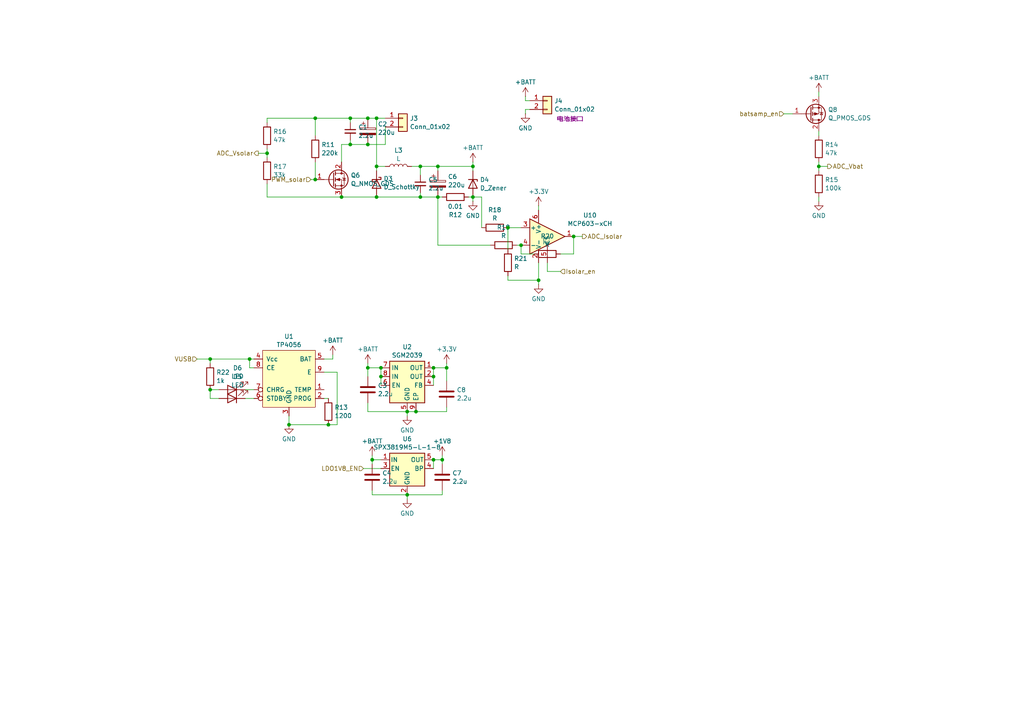
<source format=kicad_sch>
(kicad_sch (version 20231120) (generator "eeschema") (generator_version "8.0")
  (paper "A4")
  (lib_symbols
    (symbol "Amplifier_Operational:MCP603-xCH" (pin_names (offset 0.127))
      (property "Reference" "U" (at 0 6.35 0))
      (property "Value" "MCP603-xCH" (at 0 3.81 0))
      (symbol "MCP603-xCH_0_1"
        (polyline (pts (xy -5.08 5.08) (xy 5.08 0) (xy -5.08 -5.08) (xy -5.08 5.08)) (stroke (width 0.254)) (fill (type background)))
      )
      (symbol "MCP603-xCH_1_1"
        (pin output line (at 7.62 0 180) (length 2.54) (name "~") (number "1"))
        (pin power_in line (at -2.54 -7.62 90) (length 3.81) (name "V-") (number "2"))
        (pin input line (at -7.62 2.54 0) (length 2.54) (name "+") (number "3"))
        (pin input line (at -7.62 -2.54 0) (length 2.54) (name "-") (number "4"))
        (pin input line (at 0 -7.62 90) (length 5.08) (name "~{CS}") (number "5"))
        (pin power_in line (at -2.54 7.62 270) (length 3.81) (name "V+") (number "6"))
      )
    )
    (symbol "Connector_Generic:Conn_01x02" (pin_names (offset 1.016) hide)
      (property "Reference" "J" (at 0 2.54 0))
      (property "Value" "Conn_01x02" (at 0 -5.08 0))
      (symbol "Conn_01x02_1_1"
        (rectangle (start -1.27 -2.413) (end 0 -2.667) (stroke (width 0.1524)))
        (rectangle (start -1.27 0.127) (end 0 -0.127) (stroke (width 0.1524)))
        (rectangle (start -1.27 1.27) (end 1.27 -3.81) (stroke (width 0.254)) (fill (type background)))
        (pin passive line (at -5.08 0 0) (length 3.81) (name "Pin_1") (number "1"))
        (pin passive line (at -5.08 -2.54 0) (length 3.81) (name "Pin_2") (number "2"))
      )
    )
    (symbol "Device:C" (pin_numbers hide) (pin_names (offset 0.254))
      (property "Reference" "C" (at 0.635 2.54 0))
      (property "Value" "C" (at 0.635 -2.54 0))
      (symbol "C_0_1"
        (polyline (pts (xy -2.032 -0.762) (xy 2.032 -0.762)) (stroke (width 0.508)))
        (polyline (pts (xy -2.032 0.762) (xy 2.032 0.762)) (stroke (width 0.508)))
      )
      (symbol "C_1_1"
        (pin passive line (at 0 3.81 270) (length 2.794) (name "~") (number "1"))
        (pin passive line (at 0 -3.81 90) (length 2.794) (name "~") (number "2"))
      )
    )
    (symbol "Device:C_Polarized" (pin_numbers hide) (pin_names (offset 0.254))
      (property "Reference" "C" (at 0.635 2.54 0))
      (property "Value" "C_Polarized" (at 0.635 -2.54 0))
      (symbol "C_Polarized_0_1"
        (rectangle (start -2.286 0.508) (end 2.286 1.016))
        (polyline (pts (xy -1.778 2.286) (xy -0.762 2.286)))
        (polyline (pts (xy -1.27 2.794) (xy -1.27 1.778)))
        (rectangle (start 2.286 -0.508) (end -2.286 -1.016) (fill (type outline)))
      )
      (symbol "C_Polarized_1_1"
        (pin passive line (at 0 3.81 270) (length 2.794) (name "~") (number "1"))
        (pin passive line (at 0 -3.81 90) (length 2.794) (name "~") (number "2"))
      )
    )
    (symbol "Device:C_Small" (pin_numbers hide) (pin_names (offset 0.254) hide)
      (property "Reference" "C" (at 0.254 1.778 0))
      (property "Value" "C_Small" (at 0.254 -2.032 0))
      (symbol "C_Small_0_1"
        (polyline (pts (xy -1.524 -0.508) (xy 1.524 -0.508)) (stroke (width 0.3302)))
        (polyline (pts (xy -1.524 0.508) (xy 1.524 0.508)) (stroke (width 0.3048)))
      )
      (symbol "C_Small_1_1"
        (pin passive line (at 0 2.54 270) (length 2.032) (name "~") (number "1"))
        (pin passive line (at 0 -2.54 90) (length 2.032) (name "~") (number "2"))
      )
    )
    (symbol "Device:D_Schottky" (pin_numbers hide) (pin_names (offset 1.016) hide)
      (property "Reference" "D" (at 0 2.54 0))
      (property "Value" "D_Schottky" (at 0 -2.54 0))
      (symbol "D_Schottky_0_1"
        (polyline (pts (xy 1.27 0) (xy -1.27 0)))
        (polyline (pts (xy 1.27 1.27) (xy 1.27 -1.27) (xy -1.27 0) (xy 1.27 1.27)) (stroke (width 0.254)))
        (polyline (pts (xy -1.905 0.635) (xy -1.905 1.27) (xy -1.27 1.27) (xy -1.27 -1.27) (xy -0.635 -1.27) (xy -0.635 -0.635)) (stroke (width 0.254)))
      )
      (symbol "D_Schottky_1_1"
        (pin passive line (at -3.81 0 0) (length 2.54) (name "K") (number "1"))
        (pin passive line (at 3.81 0 180) (length 2.54) (name "A") (number "2"))
      )
    )
    (symbol "Device:D_Zener" (pin_numbers hide) (pin_names (offset 1.016) hide)
      (property "Reference" "D" (at 0 2.54 0))
      (property "Value" "D_Zener" (at 0 -2.54 0))
      (symbol "D_Zener_0_1"
        (polyline (pts (xy 1.27 0) (xy -1.27 0)))
        (polyline (pts (xy -1.27 -1.27) (xy -1.27 1.27) (xy -0.762 1.27)) (stroke (width 0.254)))
        (polyline (pts (xy 1.27 -1.27) (xy 1.27 1.27) (xy -1.27 0) (xy 1.27 -1.27)) (stroke (width 0.254)))
      )
      (symbol "D_Zener_1_1"
        (pin passive line (at -3.81 0 0) (length 2.54) (name "K") (number "1"))
        (pin passive line (at 3.81 0 180) (length 2.54) (name "A") (number "2"))
      )
    )
    (symbol "Device:L" (pin_numbers hide) (pin_names (offset 1.016) hide)
      (property "Reference" "L" (at -1.27 0 90))
      (property "Value" "L" (at 1.905 0 90))
      (symbol "L_0_1"
        (arc (start 0 -2.54) (mid 0.6323 -1.905) (end 0 -1.27))
        (arc (start 0 -1.27) (mid 0.6323 -0.635) (end 0 0))
        (arc (start 0 0) (mid 0.6323 0.635) (end 0 1.27))
        (arc (start 0 1.27) (mid 0.6323 1.905) (end 0 2.54))
      )
      (symbol "L_1_1"
        (pin passive line (at 0 3.81 270) (length 1.27) (name "1") (number "1"))
        (pin passive line (at 0 -3.81 90) (length 1.27) (name "2") (number "2"))
      )
    )
    (symbol "Device:LED" (pin_numbers hide) (pin_names (offset 1.016) hide)
      (property "Reference" "D" (at 0 2.54 0))
      (property "Value" "LED" (at 0 -2.54 0))
      (symbol "LED_0_1"
        (polyline (pts (xy -1.27 -1.27) (xy -1.27 1.27)) (stroke (width 0.254)))
        (polyline (pts (xy -1.27 0) (xy 1.27 0)))
        (polyline (pts (xy 1.27 -1.27) (xy 1.27 1.27) (xy -1.27 0) (xy 1.27 -1.27)) (stroke (width 0.254)))
        (polyline (pts (xy -3.048 -0.762) (xy -4.572 -2.286) (xy -3.81 -2.286) (xy -4.572 -2.286) (xy -4.572 -1.524)))
        (polyline (pts (xy -1.778 -0.762) (xy -3.302 -2.286) (xy -2.54 -2.286) (xy -3.302 -2.286) (xy -3.302 -1.524)))
      )
      (symbol "LED_1_1"
        (pin passive line (at -3.81 0 0) (length 2.54) (name "K") (number "1"))
        (pin passive line (at 3.81 0 180) (length 2.54) (name "A") (number "2"))
      )
    )
    (symbol "Device:Q_NMOS_GDS" (pin_names (offset 0) hide)
      (property "Reference" "Q" (at 5.08 1.27 0))
      (property "Value" "Q_NMOS_GDS" (at 5.08 -1.27 0))
      (symbol "Q_NMOS_GDS_0_1"
        (polyline (pts (xy 0.254 0) (xy -2.54 0)))
        (polyline (pts (xy 0.254 1.905) (xy 0.254 -1.905)) (stroke (width 0.254)))
        (polyline (pts (xy 0.762 -1.27) (xy 0.762 -2.286)) (stroke (width 0.254)))
        (polyline (pts (xy 0.762 0.508) (xy 0.762 -0.508)) (stroke (width 0.254)))
        (polyline (pts (xy 0.762 2.286) (xy 0.762 1.27)) (stroke (width 0.254)))
        (polyline (pts (xy 2.54 2.54) (xy 2.54 1.778)))
        (polyline (pts (xy 2.54 -2.54) (xy 2.54 0) (xy 0.762 0)))
        (polyline (pts (xy 0.762 -1.778) (xy 3.302 -1.778) (xy 3.302 1.778) (xy 0.762 1.778)))
        (polyline (pts (xy 1.016 0) (xy 2.032 0.381) (xy 2.032 -0.381) (xy 1.016 0)) (fill (type outline)))
        (polyline (pts (xy 2.794 0.508) (xy 2.921 0.381) (xy 3.683 0.381) (xy 3.81 0.254)))
        (polyline (pts (xy 3.302 0.381) (xy 2.921 -0.254) (xy 3.683 -0.254) (xy 3.302 0.381)))
        (circle (center 1.651 0) (radius 2.794) (stroke (width 0.254)))
        (circle (center 2.54 -1.778) (radius 0.254) (fill (type outline)))
        (circle (center 2.54 1.778) (radius 0.254) (fill (type outline)))
      )
      (symbol "Q_NMOS_GDS_1_1"
        (pin input line (at -5.08 0 0) (length 2.54) (name "G") (number "1"))
        (pin passive line (at 2.54 5.08 270) (length 2.54) (name "D") (number "2"))
        (pin passive line (at 2.54 -5.08 90) (length 2.54) (name "S") (number "3"))
      )
    )
    (symbol "Device:Q_PMOS_GDS" (pin_names (offset 0) hide)
      (property "Reference" "Q" (at 5.08 1.27 0))
      (property "Value" "Q_PMOS_GDS" (at 5.08 -1.27 0))
      (symbol "Q_PMOS_GDS_0_1"
        (polyline (pts (xy 0.254 0) (xy -2.54 0)))
        (polyline (pts (xy 0.254 1.905) (xy 0.254 -1.905)) (stroke (width 0.254)))
        (polyline (pts (xy 0.762 -1.27) (xy 0.762 -2.286)) (stroke (width 0.254)))
        (polyline (pts (xy 0.762 0.508) (xy 0.762 -0.508)) (stroke (width 0.254)))
        (polyline (pts (xy 0.762 2.286) (xy 0.762 1.27)) (stroke (width 0.254)))
        (polyline (pts (xy 2.54 2.54) (xy 2.54 1.778)))
        (polyline (pts (xy 2.54 -2.54) (xy 2.54 0) (xy 0.762 0)))
        (polyline (pts (xy 0.762 1.778) (xy 3.302 1.778) (xy 3.302 -1.778) (xy 0.762 -1.778)))
        (polyline (pts (xy 2.286 0) (xy 1.27 0.381) (xy 1.27 -0.381) (xy 2.286 0)) (fill (type outline)))
        (polyline (pts (xy 2.794 -0.508) (xy 2.921 -0.381) (xy 3.683 -0.381) (xy 3.81 -0.254)))
        (polyline (pts (xy 3.302 -0.381) (xy 2.921 0.254) (xy 3.683 0.254) (xy 3.302 -0.381)))
        (circle (center 1.651 0) (radius 2.794) (stroke (width 0.254)))
        (circle (center 2.54 -1.778) (radius 0.254) (fill (type outline)))
        (circle (center 2.54 1.778) (radius 0.254) (fill (type outline)))
      )
      (symbol "Q_PMOS_GDS_1_1"
        (pin input line (at -5.08 0 0) (length 2.54) (name "G") (number "1"))
        (pin passive line (at 2.54 5.08 270) (length 2.54) (name "D") (number "2"))
        (pin passive line (at 2.54 -5.08 90) (length 2.54) (name "S") (number "3"))
      )
    )
    (symbol "Device:R" (pin_numbers hide) (pin_names (offset 0))
      (property "Reference" "R" (at 2.032 0 90))
      (property "Value" "R" (at 0 0 90))
      (symbol "R_0_1"
        (rectangle (start -1.016 -2.54) (end 1.016 2.54) (stroke (width 0.254)))
      )
      (symbol "R_1_1"
        (pin passive line (at 0 3.81 270) (length 1.27) (name "~") (number "1"))
        (pin passive line (at 0 -3.81 90) (length 1.27) (name "~") (number "2"))
      )
    )
    (symbol "Regulator_Linear:SPX3819M5-L-1-8" (pin_names (offset 0.254))
      (property "Reference" "U" (at -3.81 5.715 0))
      (property "Value" "SPX3819M5-L-1-8" (at 0 5.715 0))
      (symbol "SPX3819M5-L-1-8_0_1"
        (rectangle (start -5.08 4.445) (end 5.08 -5.08) (stroke (width 0.254)) (fill (type background)))
      )
      (symbol "SPX3819M5-L-1-8_1_1"
        (pin power_in line (at -7.62 2.54 0) (length 2.54) (name "IN") (number "1"))
        (pin power_in line (at 0 -7.62 90) (length 2.54) (name "GND") (number "2"))
        (pin input line (at -7.62 0 0) (length 2.54) (name "EN") (number "3"))
        (pin input line (at 7.62 0 180) (length 2.54) (name "BP") (number "4"))
        (pin power_out line (at 7.62 2.54 180) (length 2.54) (name "OUT") (number "5"))
      )
    )
    (symbol "TopPower:TP4056" (pin_names (offset 1.016))
      (property "Reference" "U" (at 0 12.065 0))
      (property "Value" "TP4056" (at 0 10.16 0))
      (symbol "TP4056_0_1"
        (rectangle (start -7.62 8.89) (end 7.62 -7.62) (fill (type background)))
      )
      (symbol "TP4056_1_1"
        (pin input line (at 10.16 -2.54 180) (length 2.54) (name "TEMP") (number "1"))
        (pin power_out line (at 10.16 -5.08 180) (length 2.54) (name "PROG") (number "2"))
        (pin output line (at 0 -10.16 90) (length 2.54) (name "GND") (number "3"))
        (pin power_in line (at -10.16 6.35 0) (length 2.54) (name "Vcc") (number "4"))
        (pin power_out line (at 10.16 6.35 180) (length 2.54) (name "BAT") (number "5"))
        (pin output inverted (at -10.16 -5.08 0) (length 2.54) (name "STDBY") (number "6"))
        (pin output inverted (at -10.16 -2.54 0) (length 2.54) (name "CHRG") (number "7"))
        (pin input line (at -10.16 3.81 0) (length 2.54) (name "CE") (number "8"))
        (pin free line (at 10.16 2.54 180) (length 2.54) (name "E") (number "9"))
      )
    )
    (symbol "power:+1V8" (power) (pin_numbers hide) (pin_names (offset 0) hide)
      (property "Value" "+1V8" (at 0 3.556 0))
      (symbol "+1V8_0_1"
        (polyline (pts (xy -0.762 1.27) (xy 0 2.54)))
        (polyline (pts (xy 0 0) (xy 0 2.54)))
        (polyline (pts (xy 0 2.54) (xy 0.762 1.27)))
      )
      (symbol "+1V8_1_1"
        (pin power_in line (at 0 0 90) (length 0) (name "~") (number "1"))
      )
    )
    (symbol "power:+3.3V" (power) (pin_numbers hide) (pin_names (offset 0) hide)
      (property "Value" "+3.3V" (at 0 3.556 0))
      (symbol "+3.3V_0_1"
        (polyline (pts (xy -0.762 1.27) (xy 0 2.54)))
        (polyline (pts (xy 0 0) (xy 0 2.54)))
        (polyline (pts (xy 0 2.54) (xy 0.762 1.27)))
      )
      (symbol "+3.3V_1_1"
        (pin power_in line (at 0 0 90) (length 0) (name "~") (number "1"))
      )
    )
    (symbol "power:+BATT" (power) (pin_numbers hide) (pin_names (offset 0) hide)
      (property "Value" "+BATT" (at 0 3.556 0))
      (symbol "+BATT_0_1"
        (polyline (pts (xy -0.762 1.27) (xy 0 2.54)))
        (polyline (pts (xy 0 0) (xy 0 2.54)))
        (polyline (pts (xy 0 2.54) (xy 0.762 1.27)))
      )
      (symbol "+BATT_1_1"
        (pin power_in line (at 0 0 90) (length 0) (name "~") (number "1"))
      )
    )
    (symbol "power:GND" (power) (pin_numbers hide) (pin_names (offset 0) hide)
      (property "Value" "GND" (at 0 -3.81 0))
      (symbol "GND_0_1"
        (polyline (pts (xy 0 0) (xy 0 -1.27) (xy 1.27 -1.27) (xy 0 -2.54) (xy -1.27 -1.27) (xy 0 -1.27)))
      )
      (symbol "GND_1_1"
        (pin power_in line (at 0 0 270) (length 0) (name "~") (number "1"))
      )
    )
    (symbol "sgmicro:SGM2039"
      (property "Reference" "U" (at 0 9.906 0))
      (property "Value" "SGM2039" (at 0.254 8.128 0))
      (symbol "SGM2039_0_1"
        (rectangle (start -5.08 6.985) (end 5.08 -5.08) (stroke (width 0.254)) (fill (type background)))
      )
      (symbol "SGM2039_1_1"
        (pin power_out line (at 7.62 5.08 180) (length 2.54) (name "OUT") (number "1"))
        (pin power_out line (at 7.62 2.54 180) (length 2.54) (name "OUT") (number "2"))
        (pin no_connect line (at 7.62 -2.54 180) (length 2.54) hide (name "NC") (number "3"))
        (pin input line (at 7.62 0 180) (length 2.54) (name "FB") (number "4"))
        (pin power_in line (at 0 -7.62 90) (length 2.54) (name "GND") (number "5"))
        (pin input line (at -7.62 0 0) (length 2.54) (name "EN") (number "6"))
        (pin power_in line (at -7.62 5.08 0) (length 2.54) (name "IN") (number "7"))
        (pin power_in line (at -7.62 2.54 0) (length 2.54) (name "IN") (number "8"))
        (pin free line (at 2.54 -7.62 90) (length 2.54) (name "EP") (number "9"))
      )
    )
  )
  (junction (at 99.06 57.15))
  (junction (at 109.22 48.26))
  (junction (at 125.73 133.35))
  (junction (at 237.49 48.26))
  (junction (at 109.22 57.15))
  (junction (at 106.68 34.29))
  (junction (at 72.39 104.14))
  (junction (at 110.49 109.22))
  (junction (at 83.82 123.19))
  (junction (at 106.68 41.91))
  (junction (at 121.92 57.15))
  (junction (at 77.47 44.45))
  (junction (at 128.27 133.35))
  (junction (at 125.73 109.22))
  (junction (at 110.49 106.68))
  (junction (at 121.92 48.26))
  (junction (at 125.73 106.68))
  (junction (at 118.11 143.51))
  (junction (at 107.95 133.35))
  (junction (at 60.96 113.03))
  (junction (at 91.44 52.07))
  (junction (at 95.25 123.19))
  (junction (at 118.11 119.38))
  (junction (at 101.6 34.29))
  (junction (at 151.13 71.12))
  (junction (at 166.37 68.58))
  (junction (at 127 57.15))
  (junction (at 137.16 57.15))
  (junction (at 60.96 104.14))
  (junction (at 147.32 66.04))
  (junction (at 109.22 34.29))
  (junction (at 137.16 48.26))
  (junction (at 129.54 106.68))
  (junction (at 156.21 81.28))
  (junction (at 106.68 106.68))
  (junction (at 127 48.26))
  (junction (at 120.65 119.38))
  (junction (at 101.6 41.91))
  (junction (at 91.44 34.29))
  (wire (pts (xy 83.82 120.65) (xy 83.82 123.19)))
  (wire (pts (xy 111.76 36.83) (xy 111.76 41.91)))
  (wire (pts (xy 106.68 41.91) (xy 111.76 41.91)))
  (wire (pts (xy 93.98 107.95) (xy 97.79 107.95)))
  (wire (pts (xy 121.92 57.15) (xy 127 57.15)))
  (wire (pts (xy 109.22 48.26) (xy 109.22 49.53)))
  (wire (pts (xy 107.95 133.35) (xy 107.95 134.62)))
  (wire (pts (xy 60.96 113.03) (xy 63.5 113.03)))
  (wire (pts (xy 129.54 105.41) (xy 129.54 106.68)))
  (wire (pts (xy 71.12 113.03) (xy 73.66 113.03)))
  (wire (pts (xy 129.54 118.11) (xy 129.54 119.38)))
  (wire (pts (xy 107.95 133.35) (xy 107.95 132.08)))
  (wire (pts (xy 125.73 133.35) (xy 128.27 133.35)))
  (wire (pts (xy 156.21 76.2) (xy 156.21 81.28)))
  (wire (pts (xy 120.65 119.38) (xy 129.54 119.38)))
  (wire (pts (xy 118.11 119.38) (xy 106.68 119.38)))
  (wire (pts (xy 77.47 34.29) (xy 91.44 34.29)))
  (wire (pts (xy 152.4 33.02) (xy 152.4 31.75)))
  (wire (pts (xy 96.52 104.14) (xy 96.52 102.87)))
  (wire (pts (xy 119.38 48.26) (xy 121.92 48.26)))
  (wire (pts (xy 110.49 133.35) (xy 107.95 133.35)))
  (wire (pts (xy 77.47 57.15) (xy 99.06 57.15)))
  (wire (pts (xy 60.96 104.14) (xy 60.96 105.41)))
  (wire (pts (xy 90.17 52.07) (xy 91.44 52.07)))
  (wire (pts (xy 60.96 104.14) (xy 72.39 104.14)))
  (wire (pts (xy 106.68 106.68) (xy 110.49 106.68)))
  (wire (pts (xy 77.47 35.56) (xy 77.47 34.29)))
  (wire (pts (xy 147.32 66.04) (xy 147.32 72.39)))
  (wire (pts (xy 110.49 106.68) (xy 110.49 109.22)))
  (wire (pts (xy 101.6 34.29) (xy 101.6 35.56)))
  (wire (pts (xy 158.75 78.74) (xy 162.56 78.74)))
  (wire (pts (xy 227.33 33.02) (xy 229.87 33.02)))
  (wire (pts (xy 101.6 34.29) (xy 106.68 34.29)))
  (wire (pts (xy 147.32 81.28) (xy 147.32 80.01)))
  (wire (pts (xy 109.22 34.29) (xy 109.22 48.26)))
  (wire (pts (xy 99.06 41.91) (xy 99.06 46.99)))
  (wire (pts (xy 237.49 57.15) (xy 237.49 58.42)))
  (wire (pts (xy 152.4 31.75) (xy 153.67 31.75)))
  (wire (pts (xy 151.13 73.66) (xy 151.13 71.12)))
  (wire (pts (xy 77.47 53.34) (xy 77.47 57.15)))
  (wire (pts (xy 91.44 46.99) (xy 91.44 52.07)))
  (wire (pts (xy 156.21 81.28) (xy 156.21 82.55)))
  (wire (pts (xy 152.4 27.94) (xy 152.4 29.21)))
  (wire (pts (xy 77.47 43.18) (xy 77.47 44.45)))
  (wire (pts (xy 93.98 115.57) (xy 95.25 115.57)))
  (wire (pts (xy 72.39 106.68) (xy 73.66 106.68)))
  (wire (pts (xy 125.73 106.68) (xy 125.73 109.22)))
  (wire (pts (xy 125.73 106.68) (xy 129.54 106.68)))
  (wire (pts (xy 156.21 59.69) (xy 156.21 60.96)))
  (wire (pts (xy 147.32 66.04) (xy 151.13 66.04)))
  (wire (pts (xy 125.73 109.22) (xy 125.73 111.76)))
  (wire (pts (xy 109.22 48.26) (xy 111.76 48.26)))
  (wire (pts (xy 237.49 48.26) (xy 237.49 49.53)))
  (wire (pts (xy 77.47 44.45) (xy 77.47 45.72)))
  (wire (pts (xy 109.22 57.15) (xy 121.92 57.15)))
  (wire (pts (xy 154.94 73.66) (xy 151.13 73.66)))
  (wire (pts (xy 158.75 76.2) (xy 158.75 78.74)))
  (wire (pts (xy 110.49 109.22) (xy 110.49 111.76)))
  (wire (pts (xy 137.16 46.99) (xy 137.16 48.26)))
  (wire (pts (xy 72.39 104.14) (xy 73.66 104.14)))
  (wire (pts (xy 127 48.26) (xy 127 49.53)))
  (wire (pts (xy 106.68 105.41) (xy 106.68 106.68)))
  (wire (pts (xy 91.44 39.37) (xy 91.44 34.29)))
  (wire (pts (xy 118.11 143.51) (xy 118.11 144.78)))
  (wire (pts (xy 129.54 110.49) (xy 129.54 106.68)))
  (wire (pts (xy 109.22 34.29) (xy 111.76 34.29)))
  (wire (pts (xy 105.41 135.89) (xy 110.49 135.89)))
  (wire (pts (xy 101.6 40.64) (xy 101.6 41.91)))
  (wire (pts (xy 166.37 73.66) (xy 166.37 68.58)))
  (wire (pts (xy 237.49 46.99) (xy 237.49 48.26)))
  (wire (pts (xy 139.7 57.15) (xy 137.16 57.15)))
  (wire (pts (xy 127 48.26) (xy 137.16 48.26)))
  (wire (pts (xy 99.06 57.15) (xy 109.22 57.15)))
  (wire (pts (xy 125.73 133.35) (xy 125.73 135.89)))
  (wire (pts (xy 106.68 119.38) (xy 106.68 116.84)))
  (wire (pts (xy 127 57.15) (xy 128.27 57.15)))
  (wire (pts (xy 63.5 115.57) (xy 60.96 115.57)))
  (wire (pts (xy 118.11 143.51) (xy 128.27 143.51)))
  (wire (pts (xy 72.39 104.14) (xy 72.39 106.68)))
  (wire (pts (xy 127 71.12) (xy 127 57.15)))
  (wire (pts (xy 91.44 34.29) (xy 101.6 34.29)))
  (wire (pts (xy 118.11 119.38) (xy 120.65 119.38)))
  (wire (pts (xy 121.92 48.26) (xy 127 48.26)))
  (wire (pts (xy 107.95 142.24) (xy 107.95 143.51)))
  (wire (pts (xy 121.92 48.26) (xy 121.92 50.8)))
  (wire (pts (xy 137.16 57.15) (xy 137.16 58.42)))
  (wire (pts (xy 107.95 143.51) (xy 118.11 143.51)))
  (wire (pts (xy 162.56 73.66) (xy 166.37 73.66)))
  (wire (pts (xy 106.68 34.29) (xy 109.22 34.29)))
  (wire (pts (xy 71.12 115.57) (xy 73.66 115.57)))
  (wire (pts (xy 95.25 123.19) (xy 83.82 123.19)))
  (wire (pts (xy 118.11 119.38) (xy 118.11 120.65)))
  (wire (pts (xy 101.6 41.91) (xy 106.68 41.91)))
  (wire (pts (xy 106.68 109.22) (xy 106.68 106.68)))
  (wire (pts (xy 101.6 41.91) (xy 99.06 41.91)))
  (wire (pts (xy 135.89 57.15) (xy 137.16 57.15)))
  (wire (pts (xy 152.4 29.21) (xy 153.67 29.21)))
  (wire (pts (xy 128.27 143.51) (xy 128.27 142.24)))
  (wire (pts (xy 139.7 66.04) (xy 139.7 57.15)))
  (wire (pts (xy 142.24 71.12) (xy 127 71.12)))
  (wire (pts (xy 128.27 133.35) (xy 128.27 134.62)))
  (wire (pts (xy 166.37 68.58) (xy 168.91 68.58)))
  (wire (pts (xy 121.92 55.88) (xy 121.92 57.15)))
  (wire (pts (xy 74.93 44.45) (xy 77.47 44.45)))
  (wire (pts (xy 97.79 107.95) (xy 97.79 123.19)))
  (wire (pts (xy 97.79 123.19) (xy 95.25 123.19)))
  (wire (pts (xy 128.27 133.35) (xy 128.27 132.08)))
  (wire (pts (xy 149.86 71.12) (xy 151.13 71.12)))
  (wire (pts (xy 156.21 81.28) (xy 147.32 81.28)))
  (wire (pts (xy 137.16 48.26) (xy 137.16 49.53)))
  (wire (pts (xy 237.49 48.26) (xy 240.03 48.26)))
  (wire (pts (xy 57.15 104.14) (xy 60.96 104.14)))
  (wire (pts (xy 93.98 104.14) (xy 96.52 104.14)))
  (wire (pts (xy 60.96 115.57) (xy 60.96 113.03)))
  (wire (pts (xy 237.49 38.1) (xy 237.49 39.37)))
  (wire (pts (xy 237.49 26.67) (xy 237.49 27.94)))
  (hierarchical_label "batsamp_en" (shape input) (at 227.33 33.02 180))
  (hierarchical_label "ADC_Isolar" (shape output) (at 168.91 68.58 0))
  (hierarchical_label "ADC_Vsolar" (shape output) (at 74.93 44.45 180))
  (hierarchical_label "VUSB" (shape input) (at 57.15 104.14 180))
  (hierarchical_label "ADC_Vbat" (shape output) (at 240.03 48.26 0))
  (hierarchical_label "Isolar_en" (shape input) (at 162.56 78.74 0))
  (hierarchical_label "PWM_solar" (shape input) (at 90.17 52.07 180))
  (hierarchical_label "LDO1V8_EN" (shape input) (at 105.41 135.89 180))
  (symbol (lib_id "Device:L") (at 115.57 48.26 90) (unit 1)
    (property "Reference" "L3" (at 115.57 43.6102 90))
    (property "Value" "L" (at 115.57 46.0345 90))
    (property "Footprint" "Inductor_SMD:L_6.3x6.3_H3" (effects (hide yes)))
    (property "Description" "Inductor" (effects (hide yes)))
  )
  (symbol (lib_id "Device:C_Small") (at 121.92 53.34 0) (unit 1)
    (property "Reference" "C5" (at 124.2441 52.1341 0) (effects (justify left)))
    (property "Value" "2.2u" (at 124.2441 54.5584 0) (effects (justify left)))
    (property "Footprint" "Capacitor_SMD:C_0805_2012Metric" (effects (hide yes)))
    (property "Description" "Unpolarized capacitor, small symbol" (effects (hide yes)))
  )
  (symbol (lib_id "Device:C") (at 129.54 114.3 0) (unit 1)
    (property "Reference" "C8" (at 132.461 113.0878 0) (effects (justify left)))
    (property "Value" "2.2u" (at 132.461 115.5121 0) (effects (justify left)))
    (property "Footprint" "Capacitor_SMD:C_0805_2012Metric" (effects (hide yes)))
    (property "Description" "Unpolarized capacitor" (effects (hide yes)))
  )
  (symbol (lib_id "Connector_Generic:Conn_01x02") (at 116.84 34.29 0) (unit 1)
    (property "Reference" "J3" (at 118.872 34.3478 0) (effects (justify left)))
    (property "Value" "Conn_01x02" (at 118.872 36.7721 0) (effects (justify left)))
    (property "Footprint" "Connector_PinHeader_2.54mm:PinHeader_1x02_P2.54mm_Vertical" (effects (hide yes)))
    (property "Description" "Generic connector, single row, 01x02, script generated (kicad-library-utils/schlib/autogen/connector/)" (effects (hide yes)))
  )
  (symbol (lib_id "power:GND") (at 152.4 33.02 0) (unit 1)
    (property "Reference" "#PWR016" (effects (hide yes)))
    (property "Value" "GND" (at 152.4 37.1531 0))
    (property "Description" "Power symbol creates a global label with name \"GND\" , ground" (effects (hide yes)))
  )
  (symbol (lib_id "Device:R") (at 132.08 57.15 90) (mirror x) (unit 1)
    (property "Reference" "R12" (at 132.08 62.3105 90))
    (property "Value" "0.01" (at 132.08 59.8862 90))
    (property "Footprint" "Capacitor_SMD:C_1210_3225Metric" (effects (hide yes)))
    (property "Description" "Resistor" (effects (hide yes)))
  )
  (symbol (lib_id "Device:C_Polarized") (at 127 53.34 0) (unit 1)
    (property "Reference" "C6" (at 129.921 51.2388 0) (effects (justify left)))
    (property "Value" "220u" (at 129.921 53.6631 0) (effects (justify left)))
    (property "Footprint" "Capacitor_SMD:CP_Elec_6.3x4.9" (effects (hide yes)))
    (property "Description" "Polarized capacitor" (effects (hide yes)))
  )
  (symbol (lib_id "Device:R") (at 146.05 71.12 90) (unit 1)
    (property "Reference" "R19" (at 146.05 65.9595 90))
    (property "Value" "R" (at 146.05 68.3838 90))
    (property "Footprint" "Resistor_SMD:R_0402_1005Metric" (effects (hide yes)))
    (property "Description" "Resistor" (effects (hide yes)))
  )
  (symbol (lib_id "Device:R") (at 237.49 53.34 0) (unit 1)
    (property "Reference" "R15" (at 239.268 52.1278 0) (effects (justify left)))
    (property "Value" "100k" (at 239.268 54.5521 0) (effects (justify left)))
    (property "Footprint" "Resistor_SMD:R_0402_1005Metric" (effects (hide yes)))
    (property "Description" "Resistor" (effects (hide yes)))
  )
  (symbol (lib_id "sgmicro:SGM2039") (at 118.11 111.76 0) (unit 1)
    (property "Reference" "U2" (at 118.11 100.6305 0))
    (property "Value" "SGM2039" (at 118.11 103.0548 0))
    (property "Footprint" "Library:DFN-8-1EP_1.2x1.6mm_P0.4mm_EP0.3x1.3mm" (effects (hide yes)))
    (property "Datasheet" "https://www.sg-micro.com/rect/assets/ad61636f-5740-427e-b767-261666bb35a8/SGM2039.pdf" (effects (hide yes)))
    (property "Description" "1A LDO" (effects (hide yes)))
  )
  (symbol (lib_id "Device:Q_NMOS_GDS") (at 96.52 52.07 0) (unit 1)
    (property "Reference" "Q6" (at 101.727 50.8578 0) (effects (justify left)))
    (property "Value" "Q_NMOS_GDS" (at 101.727 53.2821 0) (effects (justify left)))
    (property "Footprint" "Package_TO_SOT_SMD:SOT-23" (effects (hide yes)))
    (property "Description" "N-MOSFET transistor, gate/drain/source" (effects (hide yes)))
  )
  (symbol (lib_id "power:GND") (at 83.82 123.19 0) (unit 1)
    (property "Reference" "#PWR05" (effects (hide yes)))
    (property "Value" "GND" (at 83.82 127.3231 0))
    (property "Description" "Power symbol creates a global label with name \"GND\" , ground" (effects (hide yes)))
  )
  (symbol (lib_id "power:+BATT") (at 96.52 102.87 0) (unit 1)
    (property "Reference" "#PWR012" (effects (hide yes)))
    (property "Value" "+BATT" (at 96.52 98.7369 0))
    (property "Description" "Power symbol creates a global label with name \"+BATT\"" (effects (hide yes)))
  )
  (symbol (lib_id "TopPower:TP4056") (at 83.82 110.49 0) (unit 1)
    (property "Reference" "U1" (at 83.82 97.5825 0))
    (property "Value" "TP4056" (at 83.82 100.0068 0))
    (property "Footprint" "Package_SO:HTSOP-8-1EP_3.9x4.9mm_P1.27mm_EP2.4x3.2mm_ThermalVias" (effects (hide yes)))
  )
  (symbol (lib_id "power:+BATT") (at 106.68 105.41 0) (unit 1)
    (property "Reference" "#PWR02" (effects (hide yes)))
    (property "Value" "+BATT" (at 106.68 101.2769 0))
    (property "Description" "Power symbol creates a global label with name \"+BATT\"" (effects (hide yes)))
  )
  (symbol (lib_id "Device:C_Small") (at 101.6 38.1 0) (unit 1)
    (property "Reference" "C1" (at 103.9241 36.8941 0) (effects (justify left)))
    (property "Value" "2.2u" (at 103.9241 39.3184 0) (effects (justify left)))
    (property "Footprint" "Capacitor_SMD:C_0805_2012Metric" (effects (hide yes)))
    (property "Description" "Unpolarized capacitor, small symbol" (effects (hide yes)))
  )
  (symbol (lib_id "power:+BATT") (at 137.16 46.99 0) (unit 1)
    (property "Reference" "#PWR09" (effects (hide yes)))
    (property "Value" "+BATT" (at 137.16 42.8569 0))
    (property "Description" "Power symbol creates a global label with name \"+BATT\"" (effects (hide yes)))
  )
  (symbol (lib_id "power:+3.3V") (at 129.54 105.41 0) (unit 1)
    (property "Reference" "#PWR014" (effects (hide yes)))
    (property "Value" "+3.3V" (at 129.54 101.2769 0))
    (property "Description" "Power symbol creates a global label with name \"+3.3V\"" (effects (hide yes)))
  )
  (symbol (lib_id "Device:D_Zener") (at 137.16 53.34 270) (unit 1)
    (property "Reference" "D4" (at 139.192 52.1278 90) (effects (justify left)))
    (property "Value" "D_Zener" (at 139.192 54.5521 90) (effects (justify left)))
    (property "Footprint" "Diode_SMD:D_SOD-123F" (effects (hide yes)))
    (property "Description" "Zener diode" (effects (hide yes)))
  )
  (symbol (lib_id "power:+BATT") (at 152.4 27.94 0) (unit 1)
    (property "Reference" "#PWR015" (effects (hide yes)))
    (property "Value" "+BATT" (at 152.4 23.8069 0))
    (property "Description" "Power symbol creates a global label with name \"+BATT\"" (effects (hide yes)))
  )
  (symbol (lib_id "Device:C_Polarized") (at 106.68 38.1 0) (unit 1)
    (property "Reference" "C2" (at 109.601 35.9988 0) (effects (justify left)))
    (property "Value" "220u" (at 109.601 38.4231 0) (effects (justify left)))
    (property "Footprint" "Capacitor_SMD:CP_Elec_6.3x4.9" (effects (hide yes)))
    (property "Description" "Polarized capacitor" (effects (hide yes)))
  )
  (symbol (lib_id "Device:R") (at 77.47 49.53 0) (unit 1)
    (property "Reference" "R17" (at 79.248 48.3178 0) (effects (justify left)))
    (property "Value" "33k" (at 79.248 50.7421 0) (effects (justify left)))
    (property "Footprint" "Resistor_SMD:R_0402_1005Metric" (effects (hide yes)))
    (property "Description" "Resistor" (effects (hide yes)))
  )
  (symbol (lib_id "power:GND") (at 118.11 144.78 0) (unit 1)
    (property "Reference" "#PWR07" (effects (hide yes)))
    (property "Value" "GND" (at 118.11 148.9131 0))
    (property "Description" "Power symbol creates a global label with name \"GND\" , ground" (effects (hide yes)))
  )
  (symbol (lib_id "Device:R") (at 147.32 76.2 180) (unit 1)
    (property "Reference" "R21" (at 149.098 74.9878 0) (effects (justify right)))
    (property "Value" "R" (at 149.098 77.4121 0) (effects (justify right)))
    (property "Footprint" "Resistor_SMD:R_0402_1005Metric" (effects (hide yes)))
    (property "Description" "Resistor" (effects (hide yes)))
  )
  (symbol (lib_id "Device:R") (at 60.96 109.22 0) (unit 1)
    (property "Reference" "R22" (at 62.738 108.0078 0) (effects (justify left)))
    (property "Value" "1k" (at 62.738 110.4321 0) (effects (justify left)))
    (property "Footprint" "Resistor_SMD:R_0402_1005Metric" (effects (hide yes)))
    (property "Description" "Resistor" (effects (hide yes)))
  )
  (symbol (lib_id "power:GND") (at 237.49 58.42 0) (unit 1)
    (property "Reference" "#PWR024" (effects (hide yes)))
    (property "Value" "GND" (at 237.49 62.5531 0))
    (property "Description" "Power symbol creates a global label with name \"GND\" , ground" (effects (hide yes)))
  )
  (symbol (lib_id "Device:R") (at 158.75 73.66 90) (unit 1)
    (property "Reference" "R20" (at 158.75 68.4995 90))
    (property "Value" "R" (at 158.75 70.9238 90))
    (property "Footprint" "Resistor_SMD:R_0402_1005Metric" (effects (hide yes)))
    (property "Description" "Resistor" (effects (hide yes)))
  )
  (symbol (lib_id "power:GND") (at 137.16 58.42 0) (unit 1)
    (property "Reference" "#PWR011" (effects (hide yes)))
    (property "Value" "GND" (at 137.16 62.5531 0))
    (property "Description" "Power symbol creates a global label with name \"GND\" , ground" (effects (hide yes)))
  )
  (symbol (lib_id "Device:C") (at 128.27 138.43 0) (unit 1)
    (property "Reference" "C7" (at 131.191 137.2178 0) (effects (justify left)))
    (property "Value" "2.2u" (at 131.191 139.6421 0) (effects (justify left)))
    (property "Footprint" "Capacitor_SMD:C_0805_2012Metric" (effects (hide yes)))
    (property "Description" "Unpolarized capacitor" (effects (hide yes)))
  )
  (symbol (lib_id "Device:LED") (at 67.31 113.03 180) (unit 1)
    (property "Reference" "D6" (at 68.8975 106.7265 0))
    (property "Value" "LED" (at 68.8975 109.1508 0))
    (property "Footprint" "LED_SMD:LED_0603_1608Metric" (effects (hide yes)))
    (property "Description" "Light emitting diode" (effects (hide yes)))
  )
  (symbol (lib_id "Device:LED") (at 67.31 115.57 180) (unit 1)
    (property "Reference" "D5" (at 68.8975 109.2665 0))
    (property "Value" "LED" (at 68.8975 111.6908 0))
    (property "Footprint" "LED_SMD:LED_0603_1608Metric" (effects (hide yes)))
    (property "Description" "Light emitting diode" (effects (hide yes)))
  )
  (symbol (lib_id "power:+3.3V") (at 156.21 59.69 0) (unit 1)
    (property "Reference" "#PWR033" (effects (hide yes)))
    (property "Value" "+3.3V" (at 156.21 55.5569 0))
    (property "Description" "Power symbol creates a global label with name \"+3.3V\"" (effects (hide yes)))
  )
  (symbol (lib_id "Device:R") (at 95.25 119.38 0) (unit 1)
    (property "Reference" "R13" (at 97.028 118.1678 0) (effects (justify left)))
    (property "Value" "1200" (at 97.028 120.5921 0) (effects (justify left)))
    (property "Footprint" "Resistor_SMD:R_0402_1005Metric" (effects (hide yes)))
    (property "Description" "Resistor" (effects (hide yes)))
  )
  (symbol (lib_id "Connector_Generic:Conn_01x02") (at 158.75 29.21 0) (unit 1)
    (property "Reference" "J4" (at 160.782 29.2678 0) (effects (justify left)))
    (property "Value" "Conn_01x02" (at 160.782 31.6921 0) (effects (justify left)))
    (property "Footprint" "Connector_PinHeader_2.54mm:PinHeader_1x02_P2.54mm_Vertical" (effects (hide yes)))
    (property "Description" "电池接口" (at 165.354 34.544 0))
  )
  (symbol (lib_id "power:GND") (at 118.11 120.65 0) (unit 1)
    (property "Reference" "#PWR06" (effects (hide yes)))
    (property "Value" "GND" (at 118.11 124.7831 0))
    (property "Description" "Power symbol creates a global label with name \"GND\" , ground" (effects (hide yes)))
  )
  (symbol (lib_id "power:GND") (at 156.21 82.55 0) (unit 1)
    (property "Reference" "#PWR032" (effects (hide yes)))
    (property "Value" "GND" (at 156.21 86.6831 0))
    (property "Description" "Power symbol creates a global label with name \"GND\" , ground" (effects (hide yes)))
  )
  (symbol (lib_id "Regulator_Linear:SPX3819M5-L-1-8") (at 118.11 135.89 0) (unit 1)
    (property "Reference" "U6" (at 118.11 127.3005 0))
    (property "Value" "SPX3819M5-L-1-8" (at 118.11 129.7248 0))
    (property "Footprint" "Package_TO_SOT_SMD:SOT-23-5" (effects (hide yes)))
    (property "Datasheet" "https://www.exar.com/content/document.ashx?id=22106&languageid=1033&type=Datasheet&partnumber=SPX3819&filename=SPX3819.pdf&part=SPX3819" (effects (hide yes)))
    (property "Description" "500mA Low drop-out regulator, Fixed Output 1.8V, SOT-23-5" (effects (hide yes)))
  )
  (symbol (lib_id "Device:R") (at 143.51 66.04 90) (unit 1)
    (property "Reference" "R18" (at 143.51 60.8795 90))
    (property "Value" "R" (at 143.51 63.3038 90))
    (property "Footprint" "Resistor_SMD:R_0402_1005Metric" (effects (hide yes)))
    (property "Description" "Resistor" (effects (hide yes)))
  )
  (symbol (lib_id "Device:C") (at 106.68 113.03 0) (unit 1)
    (property "Reference" "C3" (at 109.601 111.8178 0) (effects (justify left)))
    (property "Value" "2.2u" (at 109.601 114.2421 0) (effects (justify left)))
    (property "Footprint" "Capacitor_SMD:C_0805_2012Metric" (effects (hide yes)))
    (property "Description" "Unpolarized capacitor" (effects (hide yes)))
  )
  (symbol (lib_id "Device:R") (at 237.49 43.18 0) (unit 1)
    (property "Reference" "R14" (at 239.268 41.9678 0) (effects (justify left)))
    (property "Value" "47k" (at 239.268 44.3921 0) (effects (justify left)))
    (property "Footprint" "Resistor_SMD:R_0402_1005Metric" (effects (hide yes)))
    (property "Description" "Resistor" (effects (hide yes)))
  )
  (symbol (lib_id "Device:C") (at 107.95 138.43 0) (unit 1)
    (property "Reference" "C4" (at 110.871 137.2178 0) (effects (justify left)))
    (property "Value" "2.2u" (at 110.871 139.6421 0) (effects (justify left)))
    (property "Footprint" "Capacitor_SMD:C_0805_2012Metric" (effects (hide yes)))
    (property "Description" "Unpolarized capacitor" (effects (hide yes)))
  )
  (symbol (lib_id "power:+1V8") (at 128.27 132.08 0) (unit 1)
    (property "Reference" "#PWR08" (effects (hide yes)))
    (property "Value" "+1V8" (at 128.27 127.9469 0))
    (property "Description" "Power symbol creates a global label with name \"+1V8\"" (effects (hide yes)))
  )
  (symbol (lib_id "Device:Q_PMOS_GDS") (at 234.95 33.02 0) (mirror x) (unit 1)
    (property "Reference" "Q8" (at 240.157 31.8078 0) (effects (justify left)))
    (property "Value" "Q_PMOS_GDS" (at 240.157 34.2321 0) (effects (justify left)))
    (property "Footprint" "Package_TO_SOT_SMD:SOT-23" (effects (hide yes)))
    (property "Description" "P-MOSFET transistor, gate/drain/source" (effects (hide yes)))
  )
  (symbol (lib_id "Amplifier_Operational:MCP603-xCH") (at 158.75 68.58 0) (unit 1)
    (property "Reference" "U10" (at 171.1136 62.435 0))
    (property "Value" "MCP603-xCH" (at 171.1136 64.8593 0))
    (property "Footprint" "Package_TO_SOT_SMD:SOT-23-6" (effects (hide yes)))
    (property "Datasheet" "http://ww1.microchip.com/downloads/en/DeviceDoc/21314g.pdf" (effects (hide yes)))
    (property "Description" "Single 2.7V to 6.0V Single Supply CMOS Op Amps, with Chip Select, SOT-23-6" (effects (hide yes)))
  )
  (symbol (lib_id "Device:D_Schottky") (at 109.22 53.34 270) (unit 1)
    (property "Reference" "D3" (at 111.252 51.8103 90) (effects (justify left)))
    (property "Value" "D_Schottky" (at 111.252 54.2346 90) (effects (justify left)))
    (property "Footprint" "Diode_SMD:D_SOD-123F" (effects (hide yes)))
    (property "Description" "Schottky diode" (effects (hide yes)))
  )
  (symbol (lib_id "power:+BATT") (at 107.95 132.08 0) (unit 1)
    (property "Reference" "#PWR03" (effects (hide yes)))
    (property "Value" "+BATT" (at 107.95 127.9469 0))
    (property "Description" "Power symbol creates a global label with name \"+BATT\"" (effects (hide yes)))
  )
  (symbol (lib_id "power:+BATT") (at 237.49 26.67 0) (unit 1)
    (property "Reference" "#PWR023" (effects (hide yes)))
    (property "Value" "+BATT" (at 237.49 22.5369 0))
    (property "Description" "Power symbol creates a global label with name \"+BATT\"" (effects (hide yes)))
  )
  (symbol (lib_id "Device:R") (at 91.44 43.18 0) (unit 1)
    (property "Reference" "R11" (at 93.218 41.9678 0) (effects (justify left)))
    (property "Value" "220k" (at 93.218 44.3921 0) (effects (justify left)))
    (property "Footprint" "Resistor_SMD:R_0402_1005Metric" (effects (hide yes)))
    (property "Description" "Resistor" (effects (hide yes)))
  )
  (symbol (lib_id "Device:R") (at 77.47 39.37 0) (unit 1)
    (property "Reference" "R16" (at 79.248 38.1578 0) (effects (justify left)))
    (property "Value" "47k" (at 79.248 40.5821 0) (effects (justify left)))
    (property "Footprint" "Resistor_SMD:R_0402_1005Metric" (effects (hide yes)))
    (property "Description" "Resistor" (effects (hide yes)))
  )
)
</source>
